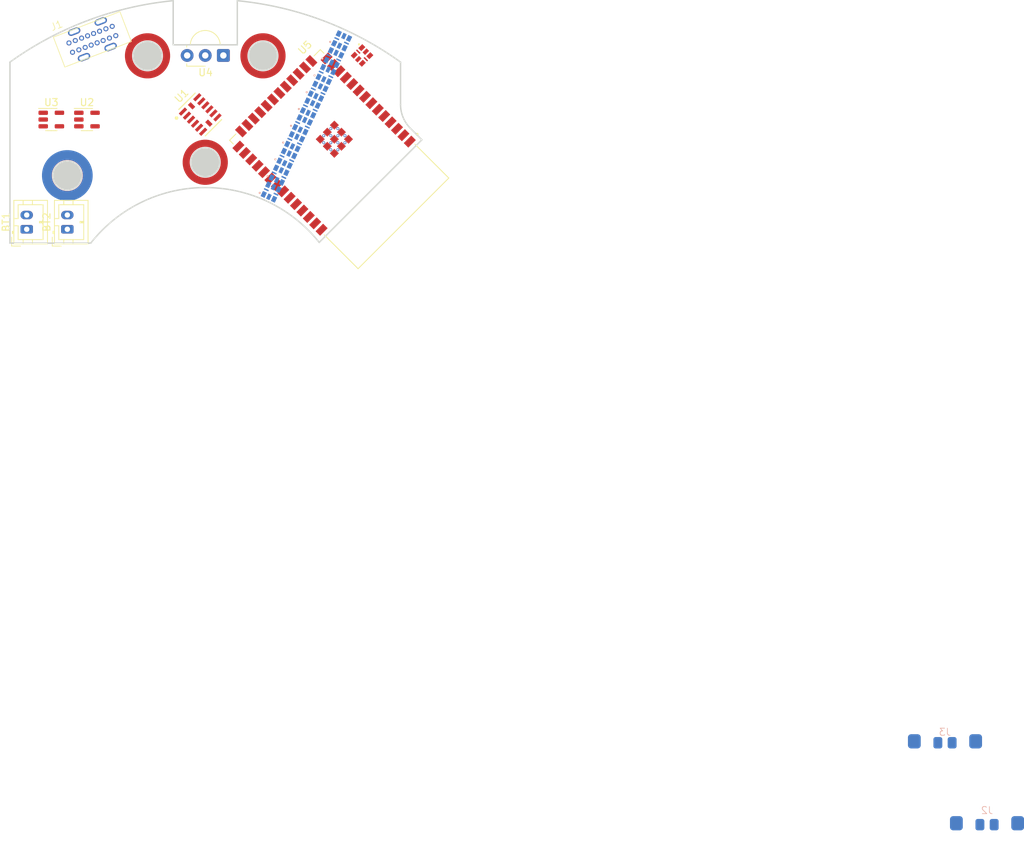
<source format=kicad_pcb>
(kicad_pcb (version 20221018) (generator pcbnew)
  (title_block (title "Danger Donut") (rev "V1"))
  (layers (0 "F.Cu" signal) (31 "B.Cu" signal) (34 "B.Paste" user) (35 "F.Paste" user) (36 "B.SilkS" user "B.Silkscreen") (37 "F.SilkS" user "F.Silkscreen") (38 "B.Mask" user) (39 "F.Mask" user) (44 "Edge.Cuts" user))
  (net 0 "")
  (net 1 "LED_clock")
  (net 2 "+5V")
  (net 4 "Net-(D1-CO)")
  (net 5 "Net-(D1-DO)")
  (net 6 "LED_data")
  (net 7 "/D5_CO")
  (net 10 "Net-(J1-CC1)")
  (net 11 "D+")
  (net 12 "D-")
  (net 13 "Net-(D2-CO)")
  (net 14 "Net-(D2-DO)")
  (net 15 "Net-(D3-CO)")
  (net 16 "Net-(D3-DO)")
  (net 17 "Net-(D4-CO)")
  (net 18 "Net-(D4-DO)")
  (net 19 "Net-(D6-CO)")
  (net 20 "Net-(D6-DO)")
  (net 21 "Net-(BT1-+)")
  (net 22 "Net-(BT1--)")
  (net 32 "Net-(J1-CC2)")
  (net 33 "+3V3")
  (net 58 "GND")
  (net 59 "+3.3V")
  (net 60 "Net-(D8-CO)")
  (net 61 "Net-(D8-DO)")
  (net 62 "Net-(D10-CI)")
  (net 63 "Net-(D10-DI)")
  (net 64 "Net-(U1-VS)")
  (net 65 "Accel_CS")
  (net 66 "Accel_INT1")
  (net 67 "Accel_INT2")
  (net 68 "Accel_DO")
  (net 69 "Accel_DI")
  (net 71 "Accel_clock")
  (net 73 "+BATT")
  (net 74 "Net-(U2-EN)")
  (net 75 "Net-(U2-BP)")
  (net 76 "Net-(U3-EN)")
  (net 77 "Net-(U3-BP)")
  (net 78 "IR_out")
  (net 79 "Net-(U4-Vs)")
  (net 80 "Net-(U5-EN)")
  (net 81 "Net-(U5-IO0)")
  (net 82 "/D5_DO")
  (net 83 "Net-(D7-CO)")
  (net 84 "Net-(D7-DO)")
  (net 89 "Net-(D12-A)")
  (net 90 "Net-(J2-Data)")
  (net 91 "Net-(J3-Data)")
  (footprint "Package_TO_SOT_SMD:SOT-23-5" (layer "F.Cu") (at -16.6 -30)
    (fp_text reference "U2" (at 0 -2.4) (layer "F.SilkS"))
    (fp_text value "MIC5219-5.0YM5")
    (fp_line (start 0 -1.56) (end -1.8 -1.56) (stroke (width 0.12)) (layer "F.SilkS"))
    (fp_line (start 0 -1.56) (end 0.8 -1.56) (stroke (width 0.12)) (layer "F.SilkS"))
    (fp_line (start 0 1.56) (end -0.8 1.56) (stroke (width 0.12)) (layer "F.SilkS"))
    (fp_line (start 0 1.56) (end 0.8 1.56) (stroke (width 0.12)) (layer "F.SilkS"))
    (pad "1" smd roundrect (at -1.1375 -0.95) (size 1.325 0.6) (layers "F.Cu" "F.Paste" "F.Mask") (net 73 "+BATT"))
    (pad "2" smd roundrect (at -1.1375 0) (size 1.325 0.6) (layers "F.Cu" "F.Paste" "F.Mask") (net 58 "GND"))
    (pad "3" smd roundrect (at -1.1375 0.95) (size 1.325 0.6) (layers "F.Cu" "F.Paste" "F.Mask") (net 74 "Net-(U2-EN)"))
    (pad "4" smd roundrect (at 1.1375 0.95) (size 1.325 0.6) (layers "F.Cu" "F.Paste" "F.Mask") (net 75 "Net-(U2-BP)"))
    (pad "5" smd roundrect (at 1.1375 -0.95) (size 1.325 0.6) (layers "F.Cu" "F.Paste" "F.Mask") (net 2 "+5V"))
  )
  (footprint "Connector_JST:JST_PH_B2B-PH-K_1x02_P2.00mm_Vertical" (layer "F.Cu") (at -25.053 -14.595 90)
    (fp_text reference "BT1" (at 1 -2.9 90) (layer "F.SilkS"))
    (fp_text value "Battery_Cell")
    (fp_line (start -2.36 -2.11) (end -2.36 -0.86) (stroke (width 0.12)) (layer "F.SilkS"))
    (fp_line (start -2.06 -1.81) (end -2.06 2.91) (stroke (width 0.12)) (layer "F.SilkS"))
    (fp_line (start -2.06 -0.5) (end -1.45 -0.5) (stroke (width 0.12)) (layer "F.SilkS"))
    (fp_line (start -2.06 0.8) (end -1.45 0.8) (stroke (width 0.12)) (layer "F.SilkS"))
    (fp_line (start -2.06 2.91) (end 4.06 2.91) (stroke (width 0.12)) (layer "F.SilkS"))
    (fp_line (start -1.45 -1.2) (end -1.45 2.3) (stroke (width 0.12)) (layer "F.SilkS"))
    (fp_line (start -1.45 2.3) (end 3.45 2.3) (stroke (width 0.12)) (layer "F.SilkS"))
    (fp_line (start -1.11 -2.11) (end -2.36 -2.11) (stroke (width 0.12)) (layer "F.SilkS"))
    (fp_line (start -0.6 -2.01) (end -0.6 -1.81) (stroke (width 0.12)) (layer "F.SilkS"))
    (fp_line (start -0.3 -2.01) (end -0.6 -2.01) (stroke (width 0.12)) (layer "F.SilkS"))
    (fp_line (start -0.3 -1.91) (end -0.6 -1.91) (stroke (width 0.12)) (layer "F.SilkS"))
    (fp_line (start -0.3 -1.81) (end -0.3 -2.01) (stroke (width 0.12)) (layer "F.SilkS"))
    (fp_line (start 0.5 -1.81) (end 0.5 -1.2) (stroke (width 0.12)) (layer "F.SilkS"))
    (fp_line (start 0.5 -1.2) (end -1.45 -1.2) (stroke (width 0.12)) (layer "F.SilkS"))
    (fp_line (start 0.9 1.8) (end 1.1 1.8) (stroke (width 0.12)) (layer "F.SilkS"))
    (fp_line (start 0.9 2.3) (end 0.9 1.8) (stroke (width 0.12)) (layer "F.SilkS"))
    (fp_line (start 1 2.3) (end 1 1.8) (stroke (width 0.12)) (layer "F.SilkS"))
    (fp_line (start 1.1 1.8) (end 1.1 2.3) (stroke (width 0.12)) (layer "F.SilkS"))
    (fp_line (start 1.5 -1.2) (end 1.5 -1.81) (stroke (width 0.12)) (layer "F.SilkS"))
    (fp_line (start 3.45 -1.2) (end 1.5 -1.2) (stroke (width 0.12)) (layer "F.SilkS"))
    (fp_line (start 3.45 2.3) (end 3.45 -1.2) (stroke (width 0.12)) (layer "F.SilkS"))
    (fp_line (start 4.06 -1.81) (end -2.06 -1.81) (stroke (width 0.12)) (layer "F.SilkS"))
    (fp_line (start 4.06 -0.5) (end 3.45 -0.5) (stroke (width 0.12)) (layer "F.SilkS"))
    (fp_line (start 4.06 0.8) (end 3.45 0.8) (stroke (width 0.12)) (layer "F.SilkS"))
    (fp_line (start 4.06 2.91) (end 4.06 -1.81) (stroke (width 0.12)) (layer "F.SilkS"))
    (pad "1" thru_hole roundrect (at 0 0 90) (size 1.2 1.75) (drill 0.75) (layers "*.Cu" "*.Mask") (roundrect_rratio 0.208333) (net 21 "Net-(BT1-+)"))
    (pad "2" thru_hole oval (at 2 0 90) (size 1.2 1.75) (drill 0.75) (layers "*.Cu" "*.Mask") (net 22 "Net-(BT1--)"))
  )
  (footprint "HD107S:HD107S" (layer "F.Cu") (at 22 -39 -135)
    (fp_text reference "D11" hide)
    (fp_text value "HD107S")
    (fp_circle (center -0.8 1.4) (end -0.7 1.4) (stroke (width 0.1)) (fill solid) (layer "F.SilkS"))
    (pad "1" smd rect (at -0.75 -0.8 225) (size 0.8 0.6) (layers "F.Cu" "F.Paste" "F.Mask") (net 2 "+5V"))
    (pad "1" smd rect (at 0 -0.75 225) (size 0.2 0.7) (layers "F.Cu" "F.Paste" "F.Mask") (net 2 "+5V"))
    (pad "2" smd rect (at -0.75 0 225) (size 0.8 0.5) (layers "F.Cu" "F.Paste" "F.Mask"))
    (pad "3" smd rect (at -0.75 0.8 225) (size 0.8 0.6) (layers "F.Cu" "F.Paste" "F.Mask"))
    (pad "4" smd rect (at 0 0.75 225) (size 0.2 0.7) (layers "F.Cu" "F.Paste" "F.Mask") (net 58 "GND"))
    (pad "4" smd rect (at 0.75 -0.8 225) (size 0.8 0.6) (layers "F.Cu" "F.Paste" "F.Mask") (net 58 "GND"))
    (pad "5" smd rect (at 0.75 0 225) (size 0.8 0.5) (layers "F.Cu" "F.Paste" "F.Mask") (net 1 "LED_clock"))
    (pad "6" smd rect (at 0.75 0.8 225) (size 0.8 0.6) (layers "F.Cu" "F.Paste" "F.Mask") (net 6 "LED_data"))
  )
  (footprint "Connector_JST:JST_PH_B2B-PH-K_1x02_P2.00mm_Vertical" (layer "F.Cu") (at -19.353 -14.595 90)
    (fp_text reference "BT2" (at 1 -2.9 90) (layer "F.SilkS"))
    (fp_text value "Battery_Cell")
    (fp_line (start -2.36 -2.11) (end -2.36 -0.86) (stroke (width 0.12)) (layer "F.SilkS"))
    (fp_line (start -2.06 -1.81) (end -2.06 2.91) (stroke (width 0.12)) (layer "F.SilkS"))
    (fp_line (start -2.06 -0.5) (end -1.45 -0.5) (stroke (width 0.12)) (layer "F.SilkS"))
    (fp_line (start -2.06 0.8) (end -1.45 0.8) (stroke (width 0.12)) (layer "F.SilkS"))
    (fp_line (start -2.06 2.91) (end 4.06 2.91) (stroke (width 0.12)) (layer "F.SilkS"))
    (fp_line (start -1.45 -1.2) (end -1.45 2.3) (stroke (width 0.12)) (layer "F.SilkS"))
    (fp_line (start -1.45 2.3) (end 3.45 2.3) (stroke (width 0.12)) (layer "F.SilkS"))
    (fp_line (start -1.11 -2.11) (end -2.36 -2.11) (stroke (width 0.12)) (layer "F.SilkS"))
    (fp_line (start -0.6 -2.01) (end -0.6 -1.81) (stroke (width 0.12)) (layer "F.SilkS"))
    (fp_line (start -0.3 -2.01) (end -0.6 -2.01) (stroke (width 0.12)) (layer "F.SilkS"))
    (fp_line (start -0.3 -1.91) (end -0.6 -1.91) (stroke (width 0.12)) (layer "F.SilkS"))
    (fp_line (start -0.3 -1.81) (end -0.3 -2.01) (stroke (width 0.12)) (layer "F.SilkS"))
    (fp_line (start 0.5 -1.81) (end 0.5 -1.2) (stroke (width 0.12)) (layer "F.SilkS"))
    (fp_line (start 0.5 -1.2) (end -1.45 -1.2) (stroke (width 0.12)) (layer "F.SilkS"))
    (fp_line (start 0.9 1.8) (end 1.1 1.8) (stroke (width 0.12)) (layer "F.SilkS"))
    (fp_line (start 0.9 2.3) (end 0.9 1.8) (stroke (width 0.12)) (layer "F.SilkS"))
    (fp_line (start 1 2.3) (end 1 1.8) (stroke (width 0.12)) (layer "F.SilkS"))
    (fp_line (start 1.1 1.8) (end 1.1 2.3) (stroke (width 0.12)) (layer "F.SilkS"))
    (fp_line (start 1.5 -1.2) (end 1.5 -1.81) (stroke (width 0.12)) (layer "F.SilkS"))
    (fp_line (start 3.45 -1.2) (end 1.5 -1.2) (stroke (width 0.12)) (layer "F.SilkS"))
    (fp_line (start 3.45 2.3) (end 3.45 -1.2) (stroke (width 0.12)) (layer "F.SilkS"))
    (fp_line (start 4.06 -1.81) (end -2.06 -1.81) (stroke (width 0.12)) (layer "F.SilkS"))
    (fp_line (start 4.06 -0.5) (end 3.45 -0.5) (stroke (width 0.12)) (layer "F.SilkS"))
    (fp_line (start 4.06 0.8) (end 3.45 0.8) (stroke (width 0.12)) (layer "F.SilkS"))
    (fp_line (start 4.06 2.91) (end 4.06 -1.81) (stroke (width 0.12)) (layer "F.SilkS"))
    (pad "1" thru_hole roundrect (at 0 0 90) (size 1.2 1.75) (drill 0.75) (layers "*.Cu" "*.Mask") (roundrect_rratio 0.208333) (net 22 "Net-(BT1--)"))
    (pad "2" thru_hole oval (at 2 0 90) (size 1.2 1.75) (drill 0.75) (layers "*.Cu" "*.Mask") (net 58 "GND"))
  )
  (footprint "ADXL375:LGA_CC-14-1_ADI-M" (layer "F.Cu") (at -0.707 -30.707 45)
    (fp_text reference "U1" (at 0 -3.7 45 unlocked) (layer "F.SilkS"))
    (fp_text value "ADXL375BCCZ-RL7")
    (fp_line (start -1.627 2.627) (end 1.627 2.627) (stroke (width 0.1524)) (layer "F.SilkS"))
    (fp_line (start 1.627 -2.627) (end -1.627 -2.627) (stroke (width 0.1524)) (layer "F.SilkS"))
    (fp_circle (center -2.7 -2) (end -2.5 -2) (stroke (width 0.1)) (fill solid) (layer "F.SilkS"))
    (pad "1" smd rect (at -1.421702 -2.000001 135) (size 0.4492 1.2194) (layers "F.Cu" "F.Paste" "F.Mask") (net 33 "+3V3"))
    (pad "2" smd rect (at -1.421702 -1.2 135) (size 0.4492 1.2194) (layers "F.Cu" "F.Paste" "F.Mask") (net 58 "GND"))
    (pad "3" smd rect (at -1.421702 -0.399999 135) (size 0.4492 1.2194) (layers "F.Cu" "F.Paste" "F.Mask"))
    (pad "4" smd rect (at -1.421702 0.399999 135) (size 0.4492 1.2194) (layers "F.Cu" "F.Paste" "F.Mask") (net 58 "GND"))
    (pad "5" smd rect (at -1.421702 1.2 135) (size 0.4492 1.2194) (layers "F.Cu" "F.Paste" "F.Mask") (net 58 "GND"))
    (pad "6" smd rect (at -1.421702 1.999999 135) (size 0.4492 1.2194) (layers "F.Cu" "F.Paste" "F.Mask") (net 64 "Net-(U1-VS)"))
    (pad "7" smd rect (at 0 1.718498 45) (size 0.5508 0.9146) (layers "F.Cu" "F.Paste" "F.Mask") (net 65 "Accel_CS"))
    (pad "8" smd rect (at 1.421702 2.000001 135) (size 0.4492 1.2194) (layers "F.Cu" "F.Paste" "F.Mask") (net 66 "Accel_INT1"))
    (pad "9" smd rect (at 1.421702 1.2 135) (size 0.4492 1.2194) (layers "F.Cu" "F.Paste" "F.Mask") (net 67 "Accel_INT2"))
    (pad "10" smd rect (at 1.421702 0.399999 135) (size 0.4492 1.2194) (layers "F.Cu" "F.Paste" "F.Mask"))
    (pad "11" smd rect (at 1.421702 -0.399999 135) (size 0.4492 1.2194) (layers "F.Cu" "F.Paste" "F.Mask"))
    (pad "12" smd rect (at 1.421702 -1.2 135) (size 0.4492 1.2194) (layers "F.Cu" "F.Paste" "F.Mask") (net 68 "Accel_DO"))
    (pad "13" smd rect (at 1.421702 -1.999999 135) (size 0.4492 1.2194) (layers "F.Cu" "F.Paste" "F.Mask") (net 69 "Accel_DI"))
    (pad "14" smd rect (at 0 -1.718498 45) (size 0.5508 0.9146) (layers "F.Cu" "F.Paste" "F.Mask") (net 71 "Accel_clock"))
  )
  (footprint "Round_Nut:SMTSO2515" (layer "F.Cu") (at 8.1 -38.946)
    (fp_text reference "H1" hide)
    (fp_text value "~" hide)
    (fp_circle (center 0 0) (end 2.11 0) (fill solid) (layer "Edge.Cuts"))
    (pad "1" smd custom (at -2.675 0) (size 0.1 0.1) (layers "F.Cu" "F.Mask") (net 58 "GND") (options (clearance outline) (anchor rect)) (primitives (gr_circle (center 2.675 0) (end 5.35 0) (width 1) (fill none))))
  )
  (footprint "Round_Nut:SMTSO2515" (layer "F.Cu") (at 0 -24)
    (fp_text reference "H2" hide)
    (fp_text value "~" hide)
    (fp_circle (center 0 0) (end 2.11 0) (fill solid) (layer "Edge.Cuts"))
    (pad "1" smd custom (at -2.675 0) (size 0.1 0.1) (layers "F.Cu" "F.Mask") (net 58 "GND") (options (clearance outline) (anchor rect)) (primitives (gr_circle (center 2.675 0) (end 5.35 0) (width 1) (fill none))))
  )
  (footprint "Round_Nut:SMTSO2515" (layer "F.Cu") (at -8.1 -38.946)
    (fp_text reference "H3" hide)
    (fp_text value "~" hide)
    (fp_circle (center 0 0) (end 2.11 0) (fill solid) (layer "Edge.Cuts"))
    (pad "1" smd custom (at -2.675 0) (size 0.1 0.1) (layers "F.Cu" "F.Mask") (net 58 "GND") (options (clearance outline) (anchor rect)) (primitives (gr_circle (center 2.675 0) (end 5.35 0) (width 1) (fill none))))
  )
  (footprint "OptoDevice:Vishay_MINICAST-3Pin" (layer "F.Cu") (at 2.54 -39 180)
    (fp_text reference "U4" (at 2.5 -2.4) (layer "F.SilkS"))
    (fp_text value "TSSP58038")
    (fp_line (start 5.14 -1.51) (end 2.54 -1.51) (stroke (width 0.12)) (layer "F.SilkS"))
    (fp_line (start 5.14 -1.16) (end 5.14 -1.51) (stroke (width 0.12)) (layer "F.SilkS"))
    (fp_line (start 5.14 1.16) (end 5.14 1.5) (stroke (width 0.12)) (layer "F.SilkS"))
    (fp_line (start 5.14 1.5) (end 0.05 1.5) (stroke (width 0.12)) (layer "F.SilkS"))
    (fp_arc (start 4.64 1.5) (mid 2.540869 3.502379) (end 0.440083 1.501736) (stroke (width 0.12)) (layer "F.SilkS"))
    (pad "1" thru_hole roundrect (at 0 0 180) (size 1.8 1.8) (drill 0.9) (layers "*.Cu" "*.Mask") (roundrect_rratio 0.139) (net 78 "IR_out"))
    (pad "2" thru_hole circle (at 2.54 0 180) (size 1.8 1.8) (drill 0.9) (layers "*.Cu" "*.Mask") (net 58 "GND"))
    (pad "3" thru_hole circle (at 5.08 0 180) (size 1.8 1.8) (drill 0.9) (layers "*.Cu" "*.Mask") (net 79 "Net-(U4-Vs)"))
  )
  (footprint "Package_TO_SOT_SMD:SOT-23-5" (layer "F.Cu") (at -21.6 -30)
    (fp_text reference "U3" (at 0 -2.4) (layer "F.SilkS"))
    (fp_text value "MIC5219-3.3YM5")
    (fp_line (start 0 -1.56) (end -1.8 -1.56) (stroke (width 0.12)) (layer "F.SilkS"))
    (fp_line (start 0 -1.56) (end 0.8 -1.56) (stroke (width 0.12)) (layer "F.SilkS"))
    (fp_line (start 0 1.56) (end -0.8 1.56) (stroke (width 0.12)) (layer "F.SilkS"))
    (fp_line (start 0 1.56) (end 0.8 1.56) (stroke (width 0.12)) (layer "F.SilkS"))
    (pad "1" smd roundrect (at -1.1375 -0.95) (size 1.325 0.6) (layers "F.Cu" "F.Paste" "F.Mask") (net 73 "+BATT"))
    (pad "2" smd roundrect (at -1.1375 0) (size 1.325 0.6) (layers "F.Cu" "F.Paste" "F.Mask") (net 58 "GND"))
    (pad "3" smd roundrect (at -1.1375 0.95) (size 1.325 0.6) (layers "F.Cu" "F.Paste" "F.Mask") (net 76 "Net-(U3-EN)"))
    (pad "4" smd roundrect (at 1.1375 0.95) (size 1.325 0.6) (layers "F.Cu" "F.Paste" "F.Mask") (net 77 "Net-(U3-BP)"))
    (pad "5" smd roundrect (at 1.1375 -0.95) (size 1.325 0.6) (layers "F.Cu" "F.Paste" "F.Mask") (net 59 "+3.3V"))
  )
  (footprint "TYPEC-300D-BCP16H88:TYPEC-300D-BCP16H88" (layer "F.Cu") (at -15.84 -41.264 21)
    (fp_text reference "J1" (at -4 -3.6 21 unlocked) (layer "F.SilkS") (effects (font (thickness 0.1))))
    (fp_text value "~")
    (fp_rect (start -5 -2.25) (end 5 2.25) (stroke (width 0.1)) (fill none) (layer "F.SilkS"))
    (pad "1" thru_hole roundrect (at -2 -1.93 21) (size 1.8 0.9) (drill oval 1.4 0.5) (layers "*.Cu" "*.Mask") (roundrect_rratio 0.5) (net 58 "GND"))
    (pad "1" thru_hole roundrect (at -2 1.93 21) (size 1.8 0.9) (drill oval 1.4 0.5) (layers "*.Cu" "*.Mask") (roundrect_rratio 0.5) (net 58 "GND"))
    (pad "1" thru_hole roundrect (at 2 -1.93 21) (size 1.8 0.9) (drill oval 1.4 0.5) (layers "*.Cu" "*.Mask") (roundrect_rratio 0.5) (net 58 "GND"))
    (pad "1" thru_hole roundrect (at 2 1.93 21) (size 1.8 0.9) (drill oval 1.4 0.5) (layers "*.Cu" "*.Mask") (roundrect_rratio 0.5) (net 58 "GND"))
    (pad "A1" thru_hole circle (at -3.25 -0.7 21) (size 0.7 0.7) (drill 0.4) (layers "*.Cu" "*.Mask") (net 58 "GND"))
    (pad "A4" thru_hole circle (at -2.3 -0.7 21) (size 0.7 0.7) (drill 0.4) (layers "*.Cu" "*.Mask") (net 89 "Net-(D12-A)"))
    (pad "A5" thru_hole circle (at -1.35 -0.7 21) (size 0.7 0.7) (drill 0.4) (layers "*.Cu" "*.Mask") (net 10 "Net-(J1-CC1)"))
    (pad "A6" thru_hole circle (at -0.45 -0.7 21) (size 0.7 0.7) (drill 0.4) (layers "*.Cu" "*.Mask") (net 11 "D+"))
    (pad "A7" thru_hole circle (at 0.45 -0.7 21) (size 0.7 0.7) (drill 0.4) (layers "*.Cu" "*.Mask") (net 12 "D-"))
    (pad "A8" thru_hole circle (at 1.35 -0.7 21) (size 0.7 0.7) (drill 0.4) (layers "*.Cu" "*.Mask"))
    (pad "A9" thru_hole circle (at 2.3 -0.7 21) (size 0.7 0.7) (drill 0.4) (layers "*.Cu" "*.Mask") (net 89 "Net-(D12-A)"))
    (pad "A12" thru_hole circle (at 3.25 -0.7 21) (size 0.7 0.7) (drill 0.4) (layers "*.Cu" "*.Mask") (net 58 "GND"))
    (pad "B1" thru_hole circle (at 3.25 0.7 21) (size 0.7 0.7) (drill 0.4) (layers "*.Cu" "*.Mask") (net 58 "GND"))
    (pad "B4" thru_hole circle (at 2.3 0.7 21) (size 0.7 0.7) (drill 0.4) (layers "*.Cu" "*.Mask") (net 89 "Net-(D12-A)"))
    (pad "B5" thru_hole circle (at 1.35 0.7 21) (size 0.7 0.7) (drill 0.4) (layers "*.Cu" "*.Mask") (net 32 "Net-(J1-CC2)"))
    (pad "B6" thru_hole circle (at 0.45 0.7 21) (size 0.7 0.7) (drill 0.4) (layers "*.Cu" "*.Mask") (net 11 "D+"))
    (pad "B7" thru_hole circle (at -0.45 0.7 21) (size 0.7 0.7) (drill 0.4) (layers "*.Cu" "*.Mask") (net 12 "D-"))
    (pad "B8" thru_hole circle (at -1.35 0.7 21) (size 0.7 0.7) (drill 0.4) (layers "*.Cu" "*.Mask"))
    (pad "B9" thru_hole circle (at -2.3 0.7 21) (size 0.7 0.7) (drill 0.4) (layers "*.Cu" "*.Mask") (net 89 "Net-(D12-A)"))
    (pad "B12" thru_hole circle (at -3.25 0.7 21) (size 0.7 0.7) (drill 0.4) (layers "*.Cu" "*.Mask") (net 58 "GND"))
  )
  (footprint "Round_Nut:SMTSO2515_SW" (layer "F.Cu") (at -19.353 -22.145)
    (fp_text reference "SW1" hide)
    (fp_text value "~" hide)
    (fp_circle (center 0 0) (end 2.11 0) (fill solid) (layer "Edge.Cuts"))
    (pad "1" smd custom (at -2.675 0) (size 0.1 0.1) (layers "F.Cu" "F.Mask") (net 21 "Net-(BT1-+)") (options (clearance outline) (anchor rect)) (primitives (gr_circle (center 2.675 0) (end 5.35 0) (width 1) (fill none))))
    (pad "2" smd custom (at -2.875 0) (size 0.1 0.1) (layers "B.Cu" "B.Mask") (net 73 "+BATT") (options (clearance outline) (anchor rect)) (primitives (gr_circle (center 2.875 0) (end 5.75 0) (width 1.375) (fill none))))
  )
  (footprint "ESP32-S3-WROOM-1-N8R2:XCVR_ESP32-S3-WROOM-1-N8R2" (layer "F.Cu") (at 18.793434 -24.436146 -135)
    (fp_text reference "U5" (at -7.686548 14.465487 45) (layer "F.SilkS"))
    (fp_text value "ESP32-S3-WROOM-1-N16")
    (fp_line (start -9 -12.75) (end 9 -12.75) (stroke (width 0.127)) (layer "F.SilkS"))
    (fp_line (start -9 -6.03) (end -9 -12.75) (stroke (width 0.127)) (layer "F.SilkS"))
    (fp_line (start -9 12.02) (end -9 12.75) (stroke (width 0.127)) (layer "F.SilkS"))
    (fp_line (start -9 12.75) (end -7.755 12.75) (stroke (width 0.127)) (layer "F.SilkS"))
    (fp_line (start 9 -12.75) (end 9 -6.03) (stroke (width 0.127)) (layer "F.SilkS"))
    (fp_line (start 9 12.02) (end 9 12.75) (stroke (width 0.127)) (layer "F.SilkS"))
    (fp_line (start 9 12.75) (end 7.755 12.75) (stroke (width 0.127)) (layer "F.SilkS"))
    (fp_circle (center -10.2 -5.26) (end -10.1 -5.26) (stroke (width 0.2)) (fill none) (layer "F.SilkS"))
    (pad "1" smd rect (at -8.75 -5.26 225) (size 1.5 0.9) (layers "F.Cu" "F.Paste" "F.Mask") (net 58 "GND"))
    (pad "2" smd rect (at -8.75 -3.99 225) (size 1.5 0.9) (layers "F.Cu" "F.Paste" "F.Mask") (net 59 "+3.3V"))
    (pad "3" smd rect (at -8.75 -2.72 225) (size 1.5 0.9) (layers "F.Cu" "F.Paste" "F.Mask") (net 80 "Net-(U5-EN)"))
    (pad "4" smd rect (at -8.75 -1.45 225) (size 1.5 0.9) (layers "F.Cu" "F.Paste" "F.Mask"))
    (pad "5" smd rect (at -8.75 -0.18 225) (size 1.5 0.9) (layers "F.Cu" "F.Paste" "F.Mask"))
    (pad "6" smd rect (at -8.75 1.09 225) (size 1.5 0.9) (layers "F.Cu" "F.Paste" "F.Mask"))
    (pad "7" smd rect (at -8.75 2.36 225) (size 1.5 0.9) (layers "F.Cu" "F.Paste" "F.Mask"))
    (pad "8" smd rect (at -8.75 3.63 225) (size 1.5 0.9) (layers "F.Cu" "F.Paste" "F.Mask"))
    (pad "9" smd rect (at -8.75 4.9 225) (size 1.5 0.9) (layers "F.Cu" "F.Paste" "F.Mask"))
    (pad "10" smd rect (at -8.75 6.17 225) (size 1.5 0.9) (layers "F.Cu" "F.Paste" "F.Mask"))
    (pad "11" smd rect (at -8.75 7.44 225) (size 1.5 0.9) (layers "F.Cu" "F.Paste" "F.Mask"))
    (pad "12" smd rect (at -8.75 8.71 225) (size 1.5 0.9) (layers "F.Cu" "F.Paste" "F.Mask"))
    (pad "13" smd rect (at -8.75 9.98 225) (size 1.5 0.9) (layers "F.Cu" "F.Paste" "F.Mask") (net 12 "D-"))
    (pad "14" smd rect (at -8.75 11.25 225) (size 1.5 0.9) (layers "F.Cu" "F.Paste" "F.Mask") (net 11 "D+"))
    (pad "15" smd rect (at -6.985 12.5 225) (size 0.9 1.5) (layers "F.Cu" "F.Paste" "F.Mask"))
    (pad "16" smd rect (at -5.715 12.5 225) (size 0.9 1.5) (layers "F.Cu" "F.Paste" "F.Mask"))
    (pad "17" smd rect (at -4.445 12.5 225) (size 0.9 1.5) (layers "F.Cu" "F.Paste" "F.Mask"))
    (pad "18" smd rect (at -3.175 12.5 225) (size 0.9 1.5) (layers "F.Cu" "F.Paste" "F.Mask"))
    (pad "19" smd rect (at -1.905 12.5 225) (size 0.9 1.5) (layers "F.Cu" "F.Paste" "F.Mask"))
    (pad "20" smd rect (at -0.635 12.5 225) (size 0.9 1.5) (layers "F.Cu" "F.Paste" "F.Mask"))
    (pad "21" smd rect (at 0.635 12.5 225) (size 0.9 1.5) (layers "F.Cu" "F.Paste" "F.Mask"))
    (pad "22" smd rect (at 1.905 12.5 225) (size 0.9 1.5) (layers "F.Cu" "F.Paste" "F.Mask"))
    (pad "23" smd rect (at 3.175 12.5 225) (size 0.9 1.5) (layers "F.Cu" "F.Paste" "F.Mask"))
    (pad "24" smd rect (at 4.445 12.5 225) (size 0.9 1.5) (layers "F.Cu" "F.Paste" "F.Mask"))
    (pad "25" smd rect (at 5.715 12.5 225) (size 0.9 1.5) (layers "F.Cu" "F.Paste" "F.Mask"))
    (pad "26" smd rect (at 6.985 12.5 225) (size 0.9 1.5) (layers "F.Cu" "F.Paste" "F.Mask"))
    (pad "27" smd rect (at 8.75 11.25 225) (size 1.5 0.9) (layers "F.Cu" "F.Paste" "F.Mask") (net 81 "Net-(U5-IO0)"))
    (pad "28" smd rect (at 8.75 9.98 225) (size 1.5 0.9) (layers "F.Cu" "F.Paste" "F.Mask"))
    (pad "29" smd rect (at 8.75 8.71 225) (size 1.5 0.9) (layers "F.Cu" "F.Paste" "F.Mask"))
    (pad "30" smd rect (at 8.75 7.44 225) (size 1.5 0.9) (layers "F.Cu" "F.Paste" "F.Mask"))
    (pad "31" smd rect (at 8.75 6.17 225) (size 1.5 0.9) (layers "F.Cu" "F.Paste" "F.Mask"))
    (pad "32" smd rect (at 8.75 4.9 225) (size 1.5 0.9) (layers "F.Cu" "F.Paste" "F.Mask"))
    (pad "33" smd rect (at 8.75 3.63 225) (size 1.5 0.9) (layers "F.Cu" "F.Paste" "F.Mask"))
    (pad "34" smd rect (at 8.75 2.36 225) (size 1.5 0.9) (layers "F.Cu" "F.Paste" "F.Mask"))
    (pad "35" smd rect (at 8.75 1.09 225) (size 1.5 0.9) (layers "F.Cu" "F.Paste" "F.Mask"))
    (pad "36" smd rect (at 8.75 -0.18 225) (size 1.5 0.9) (layers "F.Cu" "F.Paste" "F.Mask"))
    (pad "37" smd rect (at 8.75 -1.45 225) (size 1.5 0.9) (layers "F.Cu" "F.Paste" "F.Mask"))
    (pad "38" smd rect (at 8.75 -2.72 225) (size 1.5 0.9) (layers "F.Cu" "F.Paste" "F.Mask"))
    (pad "39" smd rect (at 8.75 -3.99 225) (size 1.5 0.9) (layers "F.Cu" "F.Paste" "F.Mask"))
    (pad "40" smd rect (at 8.75 -5.26 225) (size 1.5 0.9) (layers "F.Cu" "F.Paste" "F.Mask") (net 58 "GND"))
    (pad "41_1" smd rect (at -1.5 2.46 225) (size 0.9 0.9) (layers "F.Cu" "F.Paste" "F.Mask") (net 58 "GND"))
    (pad "41_2" smd rect (at -2.9 2.46 225) (size 0.9 0.9) (layers "F.Cu" "F.Paste" "F.Mask") (net 58 "GND"))
    (pad "41_3" smd rect (at -0.1 2.46 225) (size 0.9 0.9) (layers "F.Cu" "F.Paste" "F.Mask") (net 58 "GND"))
    (pad "41_4" smd rect (at -2.9 3.86 225) (size 0.9 0.9) (layers "F.Cu" "F.Paste" "F.Mask") (net 58 "GND"))
    (pad "41_5" smd rect (at -1.5 3.86 225) (size 0.9 0.9) (layers "F.Cu" "F.Paste" "F.Mask") (net 58 "GND"))
    (pad "41_6" smd rect (at -0.1 3.86 225) (size 0.9 0.9) (layers "F.Cu" "F.Paste" "F.Mask") (net 58 "GND"))
    (pad "41_7" smd rect (at -2.9 1.06 225) (size 0.9 0.9) (layers "F.Cu" "F.Paste" "F.Mask") (net 58 "GND"))
    (pad "41_8" smd rect (at -1.5 1.06 225) (size 0.9 0.9) (layers "F.Cu" "F.Paste" "F.Mask") (net 58 "GND"))
    (pad "41_9" smd rect (at -0.1 1.06 225) (size 0.9 0.9) (layers "F.Cu" "F.Paste" "F.Mask") (net 58 "GND"))
    (pad "41_10" thru_hole circle (at -1.5 1.76 225) (size 0.4 0.4) (drill 0.2) (layers "*.Cu"))
    (pad "41_11" thru_hole circle (at -2.9 1.76 225) (size 0.4 0.4) (drill 0.2) (layers "*.Cu"))
    (pad "41_12" thru_hole circle (at -0.1 1.76 225) (size 0.4 0.4) (drill 0.2) (layers "*.Cu"))
    (pad "41_13" thru_hole circle (at -2.9 3.16 225) (size 0.4 0.4) (drill 0.2) (layers "*.Cu"))
    (pad "41_14" thru_hole circle (at -1.5 3.16 225) (size 0.4 0.4) (drill 0.2) (layers "*.Cu"))
    (pad "41_15" thru_hole circle (at -0.1 3.16 225) (size 0.4 0.4) (drill 0.2) (layers "*.Cu"))
    (pad "41_16" thru_hole circle (at -2.2 1.06 225) (size 0.4 0.4) (drill 0.2) (layers "*.Cu"))
    (pad "41_17" thru_hole circle (at -0.8 1.06 225) (size 0.4 0.4) (drill 0.2) (layers "*.Cu"))
    (pad "41_18" thru_hole circle (at -2.2 2.46 225) (size 0.4 0.4) (drill 0.2) (layers "*.Cu"))
    (pad "41_19" thru_hole circle (at -0.8 2.46 225) (size 0.4 0.4) (drill 0.2) (layers "*.Cu"))
    (pad "41_20" thru_hole circle (at -2.2 3.86 225) (size 0.4 0.4) (drill 0.2) (layers "*.Cu"))
    (pad "41_21" thru_hole circle (at -0.8 3.86 225) (size 0.4 0.4) (drill 0.2) (layers "*.Cu"))
  )
  (footprint "HD107S:HD107S" (layer "B.Cu") (at 12.544155 -26.901028 65)
    (fp_text reference "D7" hide)
    (fp_text value "HD107S")
    (fp_circle (center -0.8 -1.4) (end -0.7 -1.4) (stroke (width 0.1)) (fill solid) (layer "B.SilkS"))
    (pad "1" smd rect (at -0.75 0.8 65) (size 0.8 0.6) (layers "B.Cu" "B.Paste" "B.Mask") (net 2 "+5V"))
    (pad "1" smd rect (at 0 0.75 65) (size 0.2 0.7) (layers "B.Cu" "B.Paste" "B.Mask") (net 2 "+5V"))
    (pad "2" smd rect (at -0.75 0 65) (size 0.8 0.5) (layers "B.Cu" "B.Paste" "B.Mask") (net 83 "Net-(D7-CO)"))
    (pad "3" smd rect (at -0.75 -0.8 65) (size 0.8 0.6) (layers "B.Cu" "B.Paste" "B.Mask") (net 84 "Net-(D7-DO)"))
    (pad "4" smd rect (at 0 -0.75 65) (size 0.2 0.7) (layers "B.Cu" "B.Paste" "B.Mask") (net 58 "GND"))
    (pad "4" smd rect (at 0.75 0.8 65) (size 0.8 0.6) (layers "B.Cu" "B.Paste" "B.Mask") (net 58 "GND"))
    (pad "5" smd rect (at 0.75 0 65) (size 0.8 0.5) (layers "B.Cu" "B.Paste" "B.Mask") (net 19 "Net-(D6-CO)"))
    (pad "6" smd rect (at 0.75 -0.8 65) (size 0.8 0.6) (layers "B.Cu" "B.Paste" "B.Mask") (net 20 "Net-(D6-DO)"))
  )
  (footprint "ESC_XSD7A:ESC_XSD7A" (layer "B.Cu") (at 109.7 69 180)
    (fp_text reference "J2" (at 0 2 unlocked) (layer "B.SilkS") (effects (font (thickness 0.1)) (justify mirror)))
    (fp_text value "~")
    (pad "1" smd roundrect (at -4.3 0.2 180) (size 1.8 2) (layers "B.Cu" "B.Mask") (net 58 "GND"))
    (pad "2" smd roundrect (at -1 0 180) (size 1.25 1.6) (layers "B.Cu" "B.Mask") (net 58 "GND"))
    (pad "3" smd roundrect (at 1 0 180) (size 1.25 1.6) (layers "B.Cu" "B.Mask") (net 90 "Net-(J2-Data)"))
    (pad "4" smd roundrect (at 4.3 0.2 180) (size 1.8 2) (layers "B.Cu" "B.Mask") (net 73 "+BATT"))
  )
  (footprint "HD107S:HD107S" (layer "B.Cu") (at 18.038193 -38.683029 65)
    (fp_text reference "D2" hide)
    (fp_text value "HD107S")
    (fp_circle (center -0.8 -1.4) (end -0.7 -1.4) (stroke (width 0.1)) (fill solid) (layer "B.SilkS"))
    (pad "1" smd rect (at -0.75 0.8 65) (size 0.8 0.6) (layers "B.Cu" "B.Paste" "B.Mask") (net 2 "+5V"))
    (pad "1" smd rect (at 0 0.75 65) (size 0.2 0.7) (layers "B.Cu" "B.Paste" "B.Mask") (net 2 "+5V"))
    (pad "2" smd rect (at -0.75 0 65) (size 0.8 0.5) (layers "B.Cu" "B.Paste" "B.Mask") (net 13 "Net-(D2-CO)"))
    (pad "3" smd rect (at -0.75 -0.8 65) (size 0.8 0.6) (layers "B.Cu" "B.Paste" "B.Mask") (net 14 "Net-(D2-DO)"))
    (pad "4" smd rect (at 0 -0.75 65) (size 0.2 0.7) (layers "B.Cu" "B.Paste" "B.Mask") (net 58 "GND"))
    (pad "4" smd rect (at 0.75 0.8 65) (size 0.8 0.6) (layers "B.Cu" "B.Paste" "B.Mask") (net 58 "GND"))
    (pad "5" smd rect (at 0.75 0 65) (size 0.8 0.5) (layers "B.Cu" "B.Paste" "B.Mask") (net 4 "Net-(D1-CO)"))
    (pad "6" smd rect (at 0.75 -0.8 65) (size 0.8 0.6) (layers "B.Cu" "B.Paste" "B.Mask") (net 5 "Net-(D1-DO)"))
  )
  (footprint "HD107S:HD107S" (layer "B.Cu") (at 9.247733 -19.831827 65)
    (fp_text reference "D10" hide)
    (fp_text value "HD107S")
    (fp_circle (center -0.8 -1.4) (end -0.7 -1.4) (stroke (width 0.1)) (fill solid) (layer "B.SilkS"))
    (pad "1" smd rect (at -0.75 0.8 65) (size 0.8 0.6) (layers "B.Cu" "B.Paste" "B.Mask") (net 2 "+5V"))
    (pad "1" smd rect (at 0 0.75 65) (size 0.2 0.7) (layers "B.Cu" "B.Paste" "B.Mask") (net 2 "+5V"))
    (pad "2" smd rect (at -0.75 0 65) (size 0.8 0.5) (layers "B.Cu" "B.Paste" "B.Mask"))
    (pad "3" smd rect (at -0.75 -0.8 65) (size 0.8 0.6) (layers "B.Cu" "B.Paste" "B.Mask"))
    (pad "4" smd rect (at 0 -0.75 65) (size 0.2 0.7) (layers "B.Cu" "B.Paste" "B.Mask") (net 58 "GND"))
    (pad "4" smd rect (at 0.75 0.8 65) (size 0.8 0.6) (layers "B.Cu" "B.Paste" "B.Mask") (net 58 "GND"))
    (pad "5" smd rect (at 0.75 0 65) (size 0.8 0.5) (layers "B.Cu" "B.Paste" "B.Mask") (net 62 "Net-(D10-CI)"))
    (pad "6" smd rect (at 0.75 -0.8 65) (size 0.8 0.6) (layers "B.Cu" "B.Paste" "B.Mask") (net 63 "Net-(D10-DI)"))
  )
  (footprint "HD107S:HD107S" (layer "B.Cu") (at 15.840578 -33.970228 65)
    (fp_text reference "D4" hide)
    (fp_text value "HD107S")
    (fp_circle (center -0.8 -1.4) (end -0.7 -1.4) (stroke (width 0.1)) (fill solid) (layer "B.SilkS"))
    (pad "1" smd rect (at -0.75 0.8 65) (size 0.8 0.6) (layers "B.Cu" "B.Paste" "B.Mask") (net 2 "+5V"))
    (pad "1" smd rect (at 0 0.75 65) (size 0.2 0.7) (layers "B.Cu" "B.Paste" "B.Mask") (net 2 "+5V"))
    (pad "2" smd rect (at -0.75 0 65) (size 0.8 0.5) (layers "B.Cu" "B.Paste" "B.Mask") (net 17 "Net-(D4-CO)"))
    (pad "3" smd rect (at -0.75 -0.8 65) (size 0.8 0.6) (layers "B.Cu" "B.Paste" "B.Mask") (net 18 "Net-(D4-DO)"))
    (pad "4" smd rect (at 0 -0.75 65) (size 0.2 0.7) (layers "B.Cu" "B.Paste" "B.Mask") (net 58 "GND"))
    (pad "4" smd rect (at 0.75 0.8 65) (size 0.8 0.6) (layers "B.Cu" "B.Paste" "B.Mask") (net 58 "GND"))
    (pad "5" smd rect (at 0.75 0 65) (size 0.8 0.5) (layers "B.Cu" "B.Paste" "B.Mask") (net 15 "Net-(D3-CO)"))
    (pad "6" smd rect (at 0.75 -0.8 65) (size 0.8 0.6) (layers "B.Cu" "B.Paste" "B.Mask") (net 16 "Net-(D3-DO)"))
  )
  (footprint "HD107S:HD107S" (layer "B.Cu") (at 13.642963 -29.257428 65)
    (fp_text reference "D6" hide)
    (fp_text value "HD107S")
    (fp_circle (center -0.8 -1.4) (end -0.7 -1.4) (stroke (width 0.1)) (fill solid) (layer "B.SilkS"))
    (pad "1" smd rect (at -0.75 0.8 65) (size 0.8 0.6) (layers "B.Cu" "B.Paste" "B.Mask") (net 2 "+5V"))
    (pad "1" smd rect (at 0 0.75 65) (size 0.2 0.7) (layers "B.Cu" "B.Paste" "B.Mask") (net 2 "+5V"))
    (pad "2" smd rect (at -0.75 0 65) (size 0.8 0.5) (layers "B.Cu" "B.Paste" "B.Mask") (net 19 "Net-(D6-CO)"))
    (pad "3" smd rect (at -0.75 -0.8 65) (size 0.8 0.6) (layers "B.Cu" "B.Paste" "B.Mask") (net 20 "Net-(D6-DO)"))
    (pad "4" smd rect (at 0 -0.75 65) (size 0.2 0.7) (layers "B.Cu" "B.Paste" "B.Mask") (net 58 "GND"))
    (pad "4" smd rect (at 0.75 0.8 65) (size 0.8 0.6) (layers "B.Cu" "B.Paste" "B.Mask") (net 58 "GND"))
    (pad "5" smd rect (at 0.75 0 65) (size 0.8 0.5) (layers "B.Cu" "B.Paste" "B.Mask") (net 7 "/D5_CO"))
    (pad "6" smd rect (at 0.75 -0.8 65) (size 0.8 0.6) (layers "B.Cu" "B.Paste" "B.Mask") (net 82 "/D5_DO"))
  )
  (footprint "HD107S:HD107S" (layer "B.Cu") (at 11.445348 -24.544627 65)
    (fp_text reference "D8" hide)
    (fp_text value "HD107S")
    (fp_circle (center -0.8 -1.4) (end -0.7 -1.4) (stroke (width 0.1)) (fill solid) (layer "B.SilkS"))
    (pad "1" smd rect (at -0.75 0.8 65) (size 0.8 0.6) (layers "B.Cu" "B.Paste" "B.Mask") (net 2 "+5V"))
    (pad "1" smd rect (at 0 0.75 65) (size 0.2 0.7) (layers "B.Cu" "B.Paste" "B.Mask") (net 2 "+5V"))
    (pad "2" smd rect (at -0.75 0 65) (size 0.8 0.5) (layers "B.Cu" "B.Paste" "B.Mask") (net 60 "Net-(D8-CO)"))
    (pad "3" smd rect (at -0.75 -0.8 65) (size 0.8 0.6) (layers "B.Cu" "B.Paste" "B.Mask") (net 61 "Net-(D8-DO)"))
    (pad "4" smd rect (at 0 -0.75 65) (size 0.2 0.7) (layers "B.Cu" "B.Paste" "B.Mask") (net 58 "GND"))
    (pad "4" smd rect (at 0.75 0.8 65) (size 0.8 0.6) (layers "B.Cu" "B.Paste" "B.Mask") (net 58 "GND"))
    (pad "5" smd rect (at 0.75 0 65) (size 0.8 0.5) (layers "B.Cu" "B.Paste" "B.Mask") (net 83 "Net-(D7-CO)"))
    (pad "6" smd rect (at 0.75 -0.8 65) (size 0.8 0.6) (layers "B.Cu" "B.Paste" "B.Mask") (net 84 "Net-(D7-DO)"))
  )
  (footprint "HD107S:HD107S" (layer "B.Cu") (at 16.939385 -36.326629 65)
    (fp_text reference "D3" hide)
    (fp_text value "HD107S")
    (fp_circle (center -0.8 -1.4) (end -0.7 -1.4) (stroke (width 0.1)) (fill solid) (layer "B.SilkS"))
    (pad "1" smd rect (at -0.75 0.8 65) (size 0.8 0.6) (layers "B.Cu" "B.Paste" "B.Mask") (net 2 "+5V"))
    (pad "1" smd rect (at 0 0.75 65) (size 0.2 0.7) (layers "B.Cu" "B.Paste" "B.Mask") (net 2 "+5V"))
    (pad "2" smd rect (at -0.75 0 65) (size 0.8 0.5) (layers "B.Cu" "B.Paste" "B.Mask") (net 15 "Net-(D3-CO)"))
    (pad "3" smd rect (at -0.75 -0.8 65) (size 0.8 0.6) (layers "B.Cu" "B.Paste" "B.Mask") (net 16 "Net-(D3-DO)"))
    (pad "4" smd rect (at 0 -0.75 65) (size 0.2 0.7) (layers "B.Cu" "B.Paste" "B.Mask") (net 58 "GND"))
    (pad "4" smd rect (at 0.75 0.8 65) (size 0.8 0.6) (layers "B.Cu" "B.Paste" "B.Mask") (net 58 "GND"))
    (pad "5" smd rect (at 0.75 0 65) (size 0.8 0.5) (layers "B.Cu" "B.Paste" "B.Mask") (net 13 "Net-(D2-CO)"))
    (pad "6" smd rect (at 0.75 -0.8 65) (size 0.8 0.6) (layers "B.Cu" "B.Paste" "B.Mask") (net 14 "Net-(D2-DO)"))
  )
  (footprint "HD107S:HD107S" (layer "B.Cu") (at 10.34654 -22.188227 65)
    (fp_text reference "D9" hide)
    (fp_text value "HD107S")
    (fp_circle (center -0.8 -1.4) (end -0.7 -1.4) (stroke (width 0.1)) (fill solid) (layer "B.SilkS"))
    (pad "1" smd rect (at -0.75 0.8 65) (size 0.8 0.6) (layers "B.Cu" "B.Paste" "B.Mask") (net 2 "+5V"))
    (pad "1" smd rect (at 0 0.75 65) (size 0.2 0.7) (layers "B.Cu" "B.Paste" "B.Mask") (net 2 "+5V"))
    (pad "2" smd rect (at -0.75 0 65) (size 0.8 0.5) (layers "B.Cu" "B.Paste" "B.Mask") (net 62 "Net-(D10-CI)"))
    (pad "3" smd rect (at -0.75 -0.8 65) (size 0.8 0.6) (layers "B.Cu" "B.Paste" "B.Mask") (net 63 "Net-(D10-DI)"))
    (pad "4" smd rect (at 0 -0.75 65) (size 0.2 0.7) (layers "B.Cu" "B.Paste" "B.Mask") (net 58 "GND"))
    (pad "4" smd rect (at 0.75 0.8 65) (size 0.8 0.6) (layers "B.Cu" "B.Paste" "B.Mask") (net 58 "GND"))
    (pad "5" smd rect (at 0.75 0 65) (size 0.8 0.5) (layers "B.Cu" "B.Paste" "B.Mask") (net 60 "Net-(D8-CO)"))
    (pad "6" smd rect (at 0.75 -0.8 65) (size 0.8 0.6) (layers "B.Cu" "B.Paste" "B.Mask") (net 61 "Net-(D8-DO)"))
  )
  (footprint "ESC_XSD7A:ESC_XSD7A" (layer "B.Cu") (at 103.8 57.5 180)
    (fp_text reference "J3" (at 0 1.5 unlocked) (layer "B.SilkS") (effects (font (thickness 0.1)) (justify mirror)))
    (fp_text value "~")
    (pad "1" smd roundrect (at -4.3 0.2 180) (size 1.8 2) (layers "B.Cu" "B.Mask") (net 58 "GND"))
    (pad "2" smd roundrect (at -1 0 180) (size 1.25 1.6) (layers "B.Cu" "B.Mask") (net 58 "GND"))
    (pad "3" smd roundrect (at 1 0 180) (size 1.25 1.6) (layers "B.Cu" "B.Mask") (net 91 "Net-(J3-Data)"))
    (pad "4" smd roundrect (at 4.3 0.2 180) (size 1.8 2) (layers "B.Cu" "B.Mask") (net 73 "+BATT"))
  )
  (footprint "HD107S:HD107S" (layer "B.Cu") (at 19.137 -41.039429 65)
    (fp_text reference "D1" hide)
    (fp_text value "HD107S")
    (fp_circle (center -0.8 -1.4) (end -0.7 -1.4) (stroke (width 0.1)) (fill solid) (layer "B.SilkS"))
    (pad "1" smd rect (at -0.75 0.8 65) (size 0.8 0.6) (layers "B.Cu" "B.Paste" "B.Mask") (net 2 "+5V"))
    (pad "1" smd rect (at 0 0.75 65) (size 0.2 0.7) (layers "B.Cu" "B.Paste" "B.Mask") (net 2 "+5V"))
    (pad "2" smd rect (at -0.75 0 65) (size 0.8 0.5) (layers "B.Cu" "B.Paste" "B.Mask") (net 4 "Net-(D1-CO)"))
    (pad "3" smd rect (at -0.75 -0.8 65) (size 0.8 0.6) (layers "B.Cu" "B.Paste" "B.Mask") (net 5 "Net-(D1-DO)"))
    (pad "4" smd rect (at 0 -0.75 65) (size 0.2 0.7) (layers "B.Cu" "B.Paste" "B.Mask") (net 58 "GND"))
    (pad "4" smd rect (at 0.75 0.8 65) (size 0.8 0.6) (layers "B.Cu" "B.Paste" "B.Mask") (net 58 "GND"))
    (pad "5" smd rect (at 0.75 0 65) (size 0.8 0.5) (layers "B.Cu" "B.Paste" "B.Mask") (net 1 "LED_clock"))
    (pad "6" smd rect (at 0.75 -0.8 65) (size 0.8 0.6) (layers "B.Cu" "B.Paste" "B.Mask") (net 6 "LED_data"))
  )
  (footprint "HD107S:HD107S" (layer "B.Cu") (at 14.74177 -31.613828 65)
    (fp_text reference "D5" hide)
    (fp_text value "HD107S")
    (fp_circle (center -0.8 -1.4) (end -0.7 -1.4) (stroke (width 0.1)) (fill solid) (layer "B.SilkS"))
    (pad "1" smd rect (at -0.75 0.8 65) (size 0.8 0.6) (layers "B.Cu" "B.Paste" "B.Mask") (net 2 "+5V"))
    (pad "1" smd rect (at 0 0.75 65) (size 0.2 0.7) (layers "B.Cu" "B.Paste" "B.Mask") (net 2 "+5V"))
    (pad "2" smd rect (at -0.75 0 65) (size 0.8 0.5) (layers "B.Cu" "B.Paste" "B.Mask") (net 7 "/D5_CO"))
    (pad "3" smd rect (at -0.75 -0.8 65) (size 0.8 0.6) (layers "B.Cu" "B.Paste" "B.Mask") (net 82 "/D5_DO"))
    (pad "4" smd rect (at 0 -0.75 65) (size 0.2 0.7) (layers "B.Cu" "B.Paste" "B.Mask") (net 58 "GND"))
    (pad "4" smd rect (at 0.75 0.8 65) (size 0.8 0.6) (layers "B.Cu" "B.Paste" "B.Mask") (net 58 "GND"))
    (pad "5" smd rect (at 0.75 0 65) (size 0.8 0.5) (layers "B.Cu" "B.Paste" "B.Mask") (net 17 "Net-(D4-CO)"))
    (pad "6" smd rect (at 0.75 -0.8 65) (size 0.8 0.6) (layers "B.Cu" "B.Paste" "B.Mask") (net 18 "Net-(D4-DO)"))
  )
  (gr_arc (start -27.402648 -38.061856) (mid -16.523572 -43.892842) (end -4.5 -46.683616) (stroke (width 0.2)) (layer "Edge.Cuts"))
  (gr_line (start 4.5 -40.489925) (end -4.5 -40.489925) (stroke (width 0.2)) (layer "Edge.Cuts"))
  (gr_arc (start -16.072219 -12.644614) (mid -0.068086 -20.449887) (end 15.987665 -12.751355) (stroke (width 0.2)) (layer "Edge.Cuts"))
  (gr_line (start 27.402648 -32.102648) (end 27.402648 -38.061856) (stroke (width 0.2)) (layer "Edge.Cuts"))
  (gr_line (start -27.402648 -12.644614) (end -16.072219 -12.644614) (stroke (width 0.2)) (layer "Edge.Cuts"))
  (gr_line (start -27.402648 -38.061856) (end -27.402648 -12.644614) (stroke (width 0.2)) (layer "Edge.Cuts"))
  (gr_arc (start 4.5 -46.683616) (mid 16.523572 -43.892842) (end 27.402648 -38.061856) (stroke (width 0.2)) (layer "Edge.Cuts"))
  (gr_line (start 4.5 -40.489925) (end 4.5 -46.683616) (stroke (width 0.2)) (layer "Edge.Cuts"))
  (gr_arc (start 28.779246 -28.779246) (mid 27.760414 -30.304036) (end 27.402648 -32.102648) (stroke (width 0.2)) (layer "Edge.Cuts"))
  (gr_line (start 15.987665 -12.751355) (end 30.397401 -27.161091) (stroke (width 0.2)) (layer "Edge.Cuts"))
  (gr_line (start 30.397401 -27.161091) (end 28.779246 -28.779246) (stroke (width 0.2)) (layer "Edge.Cuts"))
  (gr_line (start -4.5 -40.489925) (end -4.5 -46.683616) (stroke (width 0.2)) (layer "Edge.Cuts"))
)
</source>
